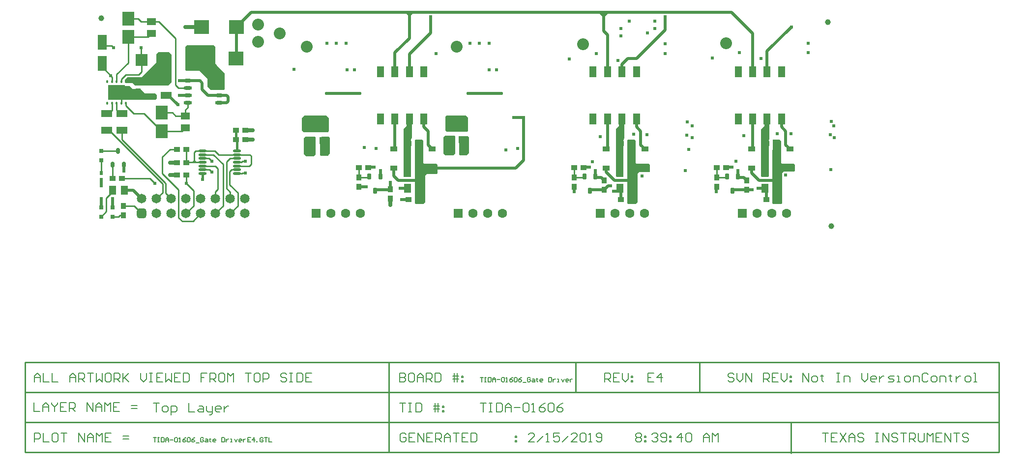
<source format=gtl>
G04*
G04 #@! TF.GenerationSoftware,Altium Limited,Altium Designer,18.1.9 (240)*
G04*
G04 Layer_Physical_Order=1*
G04 Layer_Color=255*
%FSAX25Y25*%
%MOIN*%
G70*
G01*
G75*
%ADD15C,0.00800*%
%ADD17C,0.00600*%
%ADD25C,0.01000*%
%ADD27R,0.06299X0.04331*%
G04:AMPARAMS|DCode=28|XSize=75.2mil|YSize=46.06mil|CornerRadius=2.07mil|HoleSize=0mil|Usage=FLASHONLY|Rotation=90.000|XOffset=0mil|YOffset=0mil|HoleType=Round|Shape=RoundedRectangle|*
%AMROUNDEDRECTD28*
21,1,0.07520,0.04192,0,0,90.0*
21,1,0.07105,0.04606,0,0,90.0*
1,1,0.00415,0.02096,0.03553*
1,1,0.00415,0.02096,-0.03553*
1,1,0.00415,-0.02096,-0.03553*
1,1,0.00415,-0.02096,0.03553*
%
%ADD28ROUNDEDRECTD28*%
%ADD29R,0.03937X0.03740*%
%ADD30R,0.03740X0.03937*%
%ADD31R,0.05000X0.06300*%
%ADD32R,0.06300X0.05000*%
%ADD33R,0.07284X0.05118*%
%ADD34R,0.10039X0.09646*%
%ADD35R,0.06299X0.10236*%
%ADD36O,0.05709X0.02362*%
%ADD37R,0.08465X0.09646*%
%ADD38O,0.01181X0.02362*%
%ADD39C,0.03937*%
%ADD40O,0.05512X0.01772*%
%ADD41R,0.07874X0.07874*%
%ADD42R,0.04803X0.03602*%
G04:AMPARAMS|DCode=43|XSize=23.62mil|YSize=39.37mil|CornerRadius=5.91mil|HoleSize=0mil|Usage=FLASHONLY|Rotation=180.000|XOffset=0mil|YOffset=0mil|HoleType=Round|Shape=RoundedRectangle|*
%AMROUNDEDRECTD43*
21,1,0.02362,0.02756,0,0,180.0*
21,1,0.01181,0.03937,0,0,180.0*
1,1,0.01181,-0.00591,0.01378*
1,1,0.01181,0.00591,0.01378*
1,1,0.01181,0.00591,-0.01378*
1,1,0.01181,-0.00591,-0.01378*
%
%ADD43ROUNDEDRECTD43*%
%ADD44R,0.03150X0.03150*%
G04:AMPARAMS|DCode=45|XSize=23.62mil|YSize=39.37mil|CornerRadius=2.01mil|HoleSize=0mil|Usage=FLASHONLY|Rotation=0.000|XOffset=0mil|YOffset=0mil|HoleType=Round|Shape=RoundedRectangle|*
%AMROUNDEDRECTD45*
21,1,0.02362,0.03535,0,0,0.0*
21,1,0.01961,0.03937,0,0,0.0*
1,1,0.00402,0.00980,-0.01768*
1,1,0.00402,-0.00980,-0.01768*
1,1,0.00402,-0.00980,0.01768*
1,1,0.00402,0.00980,0.01768*
%
%ADD45ROUNDEDRECTD45*%
%ADD46R,0.02362X0.03150*%
%ADD76R,0.11811X0.10236*%
%ADD77C,0.02000*%
%ADD78C,0.02500*%
%ADD79C,0.01500*%
%ADD80C,0.06496*%
G04:AMPARAMS|DCode=81|XSize=64.96mil|YSize=64.96mil|CornerRadius=16.24mil|HoleSize=0mil|Usage=FLASHONLY|Rotation=90.000|XOffset=0mil|YOffset=0mil|HoleType=Round|Shape=RoundedRectangle|*
%AMROUNDEDRECTD81*
21,1,0.06496,0.03248,0,0,90.0*
21,1,0.03248,0.06496,0,0,90.0*
1,1,0.03248,0.01624,0.01624*
1,1,0.03248,0.01624,-0.01624*
1,1,0.03248,-0.01624,-0.01624*
1,1,0.03248,-0.01624,0.01624*
%
%ADD81ROUNDEDRECTD81*%
%ADD82O,0.25000X0.02000*%
%ADD83C,0.06299*%
%ADD84R,0.06299X0.06299*%
%ADD85C,0.08000*%
%ADD86C,0.02400*%
%ADD87C,0.01968*%
G36*
X0139389Y0309600D02*
X0139389Y0290900D01*
X0137189Y0288700D01*
X0120000Y0288700D01*
X0114589D01*
X0112889Y0290400D01*
X0108200D01*
X0107700Y0290900D01*
Y0292811D01*
X0109189Y0294300D01*
X0119089Y0294300D01*
X0128989Y0304200D01*
Y0310100D01*
X0130289Y0311400D01*
X0137589Y0311400D01*
X0139389Y0309600D01*
D02*
G37*
G36*
X0168889Y0315000D02*
Y0303600D01*
X0170089Y0302400D01*
X0175289Y0297200D01*
X0175289Y0286400D01*
X0174589Y0285700D01*
X0165789Y0285700D01*
X0163589Y0287900D01*
X0163589Y0293300D01*
X0158089Y0298800D01*
X0149289Y0298800D01*
X0148589Y0299500D01*
Y0315200D01*
X0149489Y0316100D01*
X0167789D01*
X0168889Y0315000D01*
D02*
G37*
G36*
X0112889Y0286400D02*
X0118200Y0286400D01*
X0121200Y0283400D01*
X0128200D01*
X0129200Y0282400D01*
Y0279900D01*
X0128200Y0278900D01*
X0106200D01*
X0105700Y0279400D01*
Y0288400D01*
X0110889D01*
X0112889Y0286400D01*
D02*
G37*
G36*
X0244389Y0268300D02*
X0245889Y0266800D01*
X0245889Y0257993D01*
X0245096Y0257200D01*
X0228837Y0257200D01*
X0227597Y0258440D01*
Y0266440D01*
X0229457Y0268300D01*
X0244389Y0268300D01*
D02*
G37*
G36*
X0246489Y0253500D02*
X0246789Y0253200D01*
Y0249800D01*
Y0242600D01*
X0245689Y0241500D01*
X0245189Y0241000D01*
X0240589D01*
X0240089Y0241500D01*
Y0253200D01*
X0240889Y0254000D01*
X0245989Y0254000D01*
X0246489Y0253500D01*
D02*
G37*
G36*
X0236889Y0253800D02*
X0237089Y0253600D01*
Y0250500D01*
Y0246600D01*
X0237089Y0242000D01*
X0235889Y0240800D01*
X0232389Y0240800D01*
X0230289D01*
X0229489Y0241600D01*
X0229089Y0242000D01*
Y0248600D01*
Y0252900D01*
X0230189Y0254000D01*
X0236689D01*
X0236889Y0253800D01*
D02*
G37*
G36*
X0302289Y0253240D02*
X0301845Y0252575D01*
X0301651Y0251600D01*
Y0226862D01*
X0301589Y0226800D01*
X0296865Y0226800D01*
X0296489Y0227176D01*
X0296489Y0259200D01*
X0298689Y0261400D01*
Y0266700D01*
Y0268000D01*
X0298889Y0268200D01*
X0302289D01*
Y0253240D01*
D02*
G37*
G36*
X0340197Y0267208D02*
Y0257940D01*
X0339697Y0257440D01*
X0325749D01*
X0324897Y0258292D01*
Y0267508D01*
X0325689Y0268300D01*
X0339105D01*
X0340197Y0267208D01*
D02*
G37*
G36*
X0340689Y0254000D02*
X0340989Y0253700D01*
Y0250300D01*
Y0243100D01*
X0339889Y0242000D01*
X0339389Y0241500D01*
X0334789D01*
X0334289Y0242000D01*
Y0253700D01*
X0335089Y0254500D01*
X0340189Y0254500D01*
X0340689Y0254000D01*
D02*
G37*
G36*
X0331489Y0254400D02*
X0331689Y0254200D01*
Y0251100D01*
Y0247200D01*
X0331689Y0242600D01*
X0330489Y0241400D01*
X0326989Y0241400D01*
X0324889D01*
X0324089Y0242200D01*
X0323689Y0242600D01*
Y0249200D01*
Y0253500D01*
X0324789Y0254600D01*
X0331289D01*
X0331489Y0254400D01*
D02*
G37*
G36*
X0310000Y0251100D02*
Y0236400D01*
X0310600Y0235800D01*
X0318800D01*
X0319500Y0235100D01*
X0319500Y0229400D01*
X0318900Y0228800D01*
X0312400Y0228800D01*
X0311200Y0227600D01*
Y0209600D01*
X0310100Y0208500D01*
X0304800D01*
X0304200Y0209100D01*
Y0212500D01*
Y0251600D01*
X0304500Y0251900D01*
X0309200D01*
X0310000Y0251100D01*
D02*
G37*
G36*
X0454100D02*
Y0236400D01*
X0454700Y0235800D01*
X0462900D01*
X0463600Y0235100D01*
X0463600Y0230511D01*
X0463189Y0230100D01*
X0456389D01*
X0455300Y0229011D01*
X0455300Y0209600D01*
X0454200Y0208500D01*
X0448900D01*
X0448300Y0209100D01*
Y0212500D01*
Y0251349D01*
X0448346Y0251581D01*
X0448478Y0251778D01*
X0448600Y0251900D01*
X0453300D01*
X0454100Y0251100D01*
D02*
G37*
G36*
X0446389Y0253224D02*
X0446358Y0253194D01*
X0446227Y0252997D01*
X0446227Y0252997D01*
X0446227Y0252997D01*
X0446131Y0252765D01*
X0446123Y0252753D01*
X0446120Y0252739D01*
X0446023Y0252505D01*
X0445953Y0252337D01*
X0445945Y0252324D01*
X0445942Y0252310D01*
X0445846Y0252078D01*
Y0252078D01*
X0445846Y0252078D01*
X0445800Y0251846D01*
Y0251595D01*
X0445751Y0251349D01*
Y0227162D01*
X0445389Y0226800D01*
X0441089Y0226800D01*
X0440589Y0227300D01*
X0440589Y0259200D01*
X0442789Y0261400D01*
Y0266700D01*
Y0268000D01*
X0442989Y0268200D01*
X0446389D01*
Y0253224D01*
D02*
G37*
G36*
X0552589Y0251100D02*
Y0236400D01*
X0553189Y0235800D01*
X0561389D01*
X0562089Y0235100D01*
X0562089Y0231200D01*
X0561389Y0230500D01*
X0554289D01*
X0553189Y0229400D01*
Y0209200D01*
X0552489Y0208500D01*
X0547389D01*
X0546789Y0209100D01*
Y0212500D01*
Y0244879D01*
X0546870Y0245287D01*
Y0245538D01*
X0546919Y0245784D01*
Y0251479D01*
X0546981Y0251792D01*
X0547089Y0251900D01*
X0551789D01*
X0552589Y0251100D01*
D02*
G37*
G36*
X0544789Y0253032D02*
X0544766Y0252977D01*
X0544627Y0252768D01*
X0544578Y0252522D01*
X0544481Y0252290D01*
X0544419Y0251976D01*
Y0251725D01*
X0544370Y0251479D01*
Y0246035D01*
Y0245784D01*
X0544289Y0245376D01*
Y0245125D01*
X0544240Y0244879D01*
Y0227251D01*
X0543789Y0226800D01*
X0539589Y0226800D01*
X0538989Y0227400D01*
X0538989Y0259200D01*
X0541189Y0261400D01*
Y0266700D01*
Y0268000D01*
X0541389Y0268200D01*
X0544789D01*
Y0253032D01*
D02*
G37*
G54D15*
X0126900Y0073549D02*
X0130899D01*
X0128899D01*
Y0067551D01*
X0133898D02*
X0135897D01*
X0136897Y0068550D01*
Y0070550D01*
X0135897Y0071549D01*
X0133898D01*
X0132898Y0070550D01*
Y0068550D01*
X0133898Y0067551D01*
X0138896Y0065551D02*
Y0071549D01*
X0141895D01*
X0142895Y0070550D01*
Y0068550D01*
X0141895Y0067551D01*
X0138896D01*
X0150892Y0073549D02*
Y0067551D01*
X0154891D01*
X0157890Y0071549D02*
X0159889D01*
X0160889Y0070550D01*
Y0067551D01*
X0157890D01*
X0156890Y0068550D01*
X0157890Y0069550D01*
X0160889D01*
X0162888Y0071549D02*
Y0068550D01*
X0163888Y0067551D01*
X0166887D01*
Y0066551D01*
X0165887Y0065551D01*
X0164888D01*
X0166887Y0067551D02*
Y0071549D01*
X0171885Y0067551D02*
X0169886D01*
X0168886Y0068550D01*
Y0070550D01*
X0169886Y0071549D01*
X0171885D01*
X0172885Y0070550D01*
Y0069550D01*
X0168886D01*
X0174884Y0071549D02*
Y0067551D01*
Y0069550D01*
X0175884Y0070550D01*
X0176884Y0071549D01*
X0177884D01*
X0045850Y0073649D02*
Y0067651D01*
X0049849D01*
X0051848D02*
Y0071649D01*
X0053847Y0073649D01*
X0055847Y0071649D01*
Y0067651D01*
Y0070650D01*
X0051848D01*
X0057846Y0073649D02*
Y0072649D01*
X0059846Y0070650D01*
X0061845Y0072649D01*
Y0073649D01*
X0059846Y0070650D02*
Y0067651D01*
X0067843Y0073649D02*
X0063844D01*
Y0067651D01*
X0067843D01*
X0063844Y0070650D02*
X0065843D01*
X0069842Y0067651D02*
Y0073649D01*
X0072841D01*
X0073841Y0072649D01*
Y0070650D01*
X0072841Y0069650D01*
X0069842D01*
X0071842D02*
X0073841Y0067651D01*
X0081838D02*
Y0073649D01*
X0085837Y0067651D01*
Y0073649D01*
X0087836Y0067651D02*
Y0071649D01*
X0089836Y0073649D01*
X0091835Y0071649D01*
Y0067651D01*
Y0070650D01*
X0087836D01*
X0093835Y0067651D02*
Y0073649D01*
X0095834Y0071649D01*
X0097833Y0073649D01*
Y0067651D01*
X0103831Y0073649D02*
X0099832D01*
Y0067651D01*
X0103831D01*
X0099832Y0070650D02*
X0101832D01*
X0111829Y0069650D02*
X0115827D01*
X0111829Y0071649D02*
X0115827D01*
X0348550Y0073498D02*
X0352549D01*
X0350549D01*
Y0067500D01*
X0354548Y0073498D02*
X0356547D01*
X0355548D01*
Y0067500D01*
X0354548D01*
X0356547D01*
X0359546Y0073498D02*
Y0067500D01*
X0362545D01*
X0363545Y0068500D01*
Y0072498D01*
X0362545Y0073498D01*
X0359546D01*
X0365545Y0067500D02*
Y0071499D01*
X0367544Y0073498D01*
X0369543Y0071499D01*
Y0067500D01*
Y0070499D01*
X0365545D01*
X0371543D02*
X0375541D01*
X0377541Y0072498D02*
X0378540Y0073498D01*
X0380540D01*
X0381539Y0072498D01*
Y0068500D01*
X0380540Y0067500D01*
X0378540D01*
X0377541Y0068500D01*
Y0072498D01*
X0383539Y0067500D02*
X0385538D01*
X0384538D01*
Y0073498D01*
X0383539Y0072498D01*
X0392536Y0073498D02*
X0390536Y0072498D01*
X0388537Y0070499D01*
Y0068500D01*
X0389537Y0067500D01*
X0391536D01*
X0392536Y0068500D01*
Y0069499D01*
X0391536Y0070499D01*
X0388537D01*
X0394535Y0072498D02*
X0395535Y0073498D01*
X0397534D01*
X0398534Y0072498D01*
Y0068500D01*
X0397534Y0067500D01*
X0395535D01*
X0394535Y0068500D01*
Y0072498D01*
X0404532Y0073498D02*
X0402532Y0072498D01*
X0400533Y0070499D01*
Y0068500D01*
X0401533Y0067500D01*
X0403532D01*
X0404532Y0068500D01*
Y0069499D01*
X0403532Y0070499D01*
X0400533D01*
X0294000Y0073498D02*
X0297999D01*
X0295999D01*
Y0067500D01*
X0299998Y0073498D02*
X0301997D01*
X0300998D01*
Y0067500D01*
X0299998D01*
X0301997D01*
X0304996Y0073498D02*
Y0067500D01*
X0307996D01*
X0308995Y0068500D01*
Y0072498D01*
X0307996Y0073498D01*
X0304996D01*
X0317992Y0067500D02*
Y0073498D01*
X0319992D02*
Y0067500D01*
X0316993Y0071499D02*
X0319992D01*
X0320991D01*
X0316993Y0069499D02*
X0320991D01*
X0322991Y0071499D02*
X0323990D01*
Y0070499D01*
X0322991D01*
Y0071499D01*
Y0068500D02*
X0323990D01*
Y0067500D01*
X0322991D01*
Y0068500D01*
X0580500Y0052965D02*
X0584499D01*
X0582499D01*
Y0046966D01*
X0590497Y0052965D02*
X0586498D01*
Y0046966D01*
X0590497D01*
X0586498Y0049966D02*
X0588497D01*
X0592496Y0052965D02*
X0596495Y0046966D01*
Y0052965D02*
X0592496Y0046966D01*
X0598494D02*
Y0050965D01*
X0600493Y0052965D01*
X0602493Y0050965D01*
Y0046966D01*
Y0049966D01*
X0598494D01*
X0608491Y0051965D02*
X0607491Y0052965D01*
X0605492D01*
X0604492Y0051965D01*
Y0050965D01*
X0605492Y0049966D01*
X0607491D01*
X0608491Y0048966D01*
Y0047966D01*
X0607491Y0046966D01*
X0605492D01*
X0604492Y0047966D01*
X0616488Y0052965D02*
X0618488D01*
X0617488D01*
Y0046966D01*
X0616488D01*
X0618488D01*
X0621487D02*
Y0052965D01*
X0625486Y0046966D01*
Y0052965D01*
X0631484Y0051965D02*
X0630484Y0052965D01*
X0628484D01*
X0627485Y0051965D01*
Y0050965D01*
X0628484Y0049966D01*
X0630484D01*
X0631484Y0048966D01*
Y0047966D01*
X0630484Y0046966D01*
X0628484D01*
X0627485Y0047966D01*
X0633483Y0052965D02*
X0637482D01*
X0635482D01*
Y0046966D01*
X0639481D02*
Y0052965D01*
X0642480D01*
X0643480Y0051965D01*
Y0049966D01*
X0642480Y0048966D01*
X0639481D01*
X0641480D02*
X0643480Y0046966D01*
X0645479Y0052965D02*
Y0047966D01*
X0646479Y0046966D01*
X0648478D01*
X0649478Y0047966D01*
Y0052965D01*
X0651477Y0046966D02*
Y0052965D01*
X0653476Y0050965D01*
X0655476Y0052965D01*
Y0046966D01*
X0661474Y0052965D02*
X0657475D01*
Y0046966D01*
X0661474D01*
X0657475Y0049966D02*
X0659474D01*
X0663473Y0046966D02*
Y0052965D01*
X0667472Y0046966D01*
Y0052965D01*
X0669471D02*
X0673470D01*
X0671471D01*
Y0046966D01*
X0679468Y0051965D02*
X0678468Y0052965D01*
X0676469D01*
X0675469Y0051965D01*
Y0050965D01*
X0676469Y0049966D01*
X0678468D01*
X0679468Y0048966D01*
Y0047966D01*
X0678468Y0046966D01*
X0676469D01*
X0675469Y0047966D01*
X0454050Y0051965D02*
X0455050Y0052965D01*
X0457049D01*
X0458049Y0051965D01*
Y0050965D01*
X0457049Y0049966D01*
X0458049Y0048966D01*
Y0047966D01*
X0457049Y0046966D01*
X0455050D01*
X0454050Y0047966D01*
Y0048966D01*
X0455050Y0049966D01*
X0454050Y0050965D01*
Y0051965D01*
X0455050Y0049966D02*
X0457049D01*
X0460048Y0050965D02*
X0461048D01*
Y0049966D01*
X0460048D01*
Y0050965D01*
Y0047966D02*
X0461048D01*
Y0046966D01*
X0460048D01*
Y0047966D01*
X0465046Y0051965D02*
X0466046Y0052965D01*
X0468046D01*
X0469045Y0051965D01*
Y0050965D01*
X0468046Y0049966D01*
X0467046D01*
X0468046D01*
X0469045Y0048966D01*
Y0047966D01*
X0468046Y0046966D01*
X0466046D01*
X0465046Y0047966D01*
X0471044D02*
X0472044Y0046966D01*
X0474044D01*
X0475043Y0047966D01*
Y0051965D01*
X0474044Y0052965D01*
X0472044D01*
X0471044Y0051965D01*
Y0050965D01*
X0472044Y0049966D01*
X0475043D01*
X0477043Y0050965D02*
X0478042D01*
Y0049966D01*
X0477043D01*
Y0050965D01*
Y0047966D02*
X0478042D01*
Y0046966D01*
X0477043D01*
Y0047966D01*
X0485040Y0046966D02*
Y0052965D01*
X0482041Y0049966D01*
X0486040D01*
X0488039Y0051965D02*
X0489039Y0052965D01*
X0491038D01*
X0492038Y0051965D01*
Y0047966D01*
X0491038Y0046966D01*
X0489039D01*
X0488039Y0047966D01*
Y0051965D01*
X0500035Y0046966D02*
Y0050965D01*
X0502035Y0052965D01*
X0504034Y0050965D01*
Y0046966D01*
Y0049966D01*
X0500035D01*
X0506033Y0046966D02*
Y0052965D01*
X0508033Y0050965D01*
X0510032Y0052965D01*
Y0046966D01*
X0046350D02*
Y0052965D01*
X0049349D01*
X0050349Y0051965D01*
Y0049966D01*
X0049349Y0048966D01*
X0046350D01*
X0052348Y0052965D02*
Y0046966D01*
X0056347D01*
X0061345Y0052965D02*
X0059346D01*
X0058346Y0051965D01*
Y0047966D01*
X0059346Y0046966D01*
X0061345D01*
X0062345Y0047966D01*
Y0051965D01*
X0061345Y0052965D01*
X0064344D02*
X0068343D01*
X0066343D01*
Y0046966D01*
X0076340D02*
Y0052965D01*
X0080339Y0046966D01*
Y0052965D01*
X0082338Y0046966D02*
Y0050965D01*
X0084338Y0052965D01*
X0086337Y0050965D01*
Y0046966D01*
Y0049966D01*
X0082338D01*
X0088336Y0046966D02*
Y0052965D01*
X0090336Y0050965D01*
X0092335Y0052965D01*
Y0046966D01*
X0098333Y0052965D02*
X0094335D01*
Y0046966D01*
X0098333D01*
X0094335Y0049966D02*
X0096334D01*
X0106331Y0048966D02*
X0110329D01*
X0106331Y0050965D02*
X0110329D01*
X0294000Y0093831D02*
Y0087833D01*
X0296999D01*
X0297999Y0088833D01*
Y0089833D01*
X0296999Y0090832D01*
X0294000D01*
X0296999D01*
X0297999Y0091832D01*
Y0092832D01*
X0296999Y0093831D01*
X0294000D01*
X0302997D02*
X0300998D01*
X0299998Y0092832D01*
Y0088833D01*
X0300998Y0087833D01*
X0302997D01*
X0303997Y0088833D01*
Y0092832D01*
X0302997Y0093831D01*
X0305996Y0087833D02*
Y0091832D01*
X0307996Y0093831D01*
X0309995Y0091832D01*
Y0087833D01*
Y0090832D01*
X0305996D01*
X0311994Y0087833D02*
Y0093831D01*
X0314993D01*
X0315993Y0092832D01*
Y0090832D01*
X0314993Y0089833D01*
X0311994D01*
X0313994D02*
X0315993Y0087833D01*
X0317992Y0093831D02*
Y0087833D01*
X0320991D01*
X0321991Y0088833D01*
Y0092832D01*
X0320991Y0093831D01*
X0317992D01*
X0330988Y0087833D02*
Y0093831D01*
X0332987D02*
Y0087833D01*
X0329988Y0091832D02*
X0332987D01*
X0333987D01*
X0329988Y0089833D02*
X0333987D01*
X0335986Y0091832D02*
X0336986D01*
Y0090832D01*
X0335986D01*
Y0091832D01*
Y0088833D02*
X0336986D01*
Y0087833D01*
X0335986D01*
Y0088833D01*
X0466149Y0093831D02*
X0462150D01*
Y0087833D01*
X0466149D01*
X0462150Y0090832D02*
X0464149D01*
X0471147Y0087833D02*
Y0093831D01*
X0468148Y0090832D01*
X0472147D01*
X0046350Y0087833D02*
Y0091832D01*
X0048349Y0093831D01*
X0050349Y0091832D01*
Y0087833D01*
Y0090832D01*
X0046350D01*
X0052348Y0093831D02*
Y0087833D01*
X0056347D01*
X0058346Y0093831D02*
Y0087833D01*
X0062345D01*
X0070342D02*
Y0091832D01*
X0072342Y0093831D01*
X0074341Y0091832D01*
Y0087833D01*
Y0090832D01*
X0070342D01*
X0076340Y0087833D02*
Y0093831D01*
X0079339D01*
X0080339Y0092832D01*
Y0090832D01*
X0079339Y0089833D01*
X0076340D01*
X0078340D02*
X0080339Y0087833D01*
X0082338Y0093831D02*
X0086337D01*
X0084338D01*
Y0087833D01*
X0088336Y0093831D02*
Y0087833D01*
X0090336Y0089833D01*
X0092335Y0087833D01*
Y0093831D01*
X0097334D02*
X0095334D01*
X0094335Y0092832D01*
Y0088833D01*
X0095334Y0087833D01*
X0097334D01*
X0098333Y0088833D01*
Y0092832D01*
X0097334Y0093831D01*
X0100332Y0087833D02*
Y0093831D01*
X0103332D01*
X0104331Y0092832D01*
Y0090832D01*
X0103332Y0089833D01*
X0100332D01*
X0102332D02*
X0104331Y0087833D01*
X0106331Y0093831D02*
Y0087833D01*
Y0089833D01*
X0110329Y0093831D01*
X0107330Y0090832D01*
X0110329Y0087833D01*
X0118327Y0093831D02*
Y0089833D01*
X0120326Y0087833D01*
X0122325Y0089833D01*
Y0093831D01*
X0124325D02*
X0126324D01*
X0125324D01*
Y0087833D01*
X0124325D01*
X0126324D01*
X0133322Y0093831D02*
X0129323D01*
Y0087833D01*
X0133322D01*
X0129323Y0090832D02*
X0131323D01*
X0135321Y0093831D02*
Y0087833D01*
X0137321Y0089833D01*
X0139320Y0087833D01*
Y0093831D01*
X0145318D02*
X0141319D01*
Y0087833D01*
X0145318D01*
X0141319Y0090832D02*
X0143319D01*
X0147317Y0093831D02*
Y0087833D01*
X0150316D01*
X0151316Y0088833D01*
Y0092832D01*
X0150316Y0093831D01*
X0147317D01*
X0163312D02*
X0159313D01*
Y0090832D01*
X0161313D01*
X0159313D01*
Y0087833D01*
X0165312D02*
Y0093831D01*
X0168310D01*
X0169310Y0092832D01*
Y0090832D01*
X0168310Y0089833D01*
X0165312D01*
X0167311D02*
X0169310Y0087833D01*
X0174309Y0093831D02*
X0172309D01*
X0171310Y0092832D01*
Y0088833D01*
X0172309Y0087833D01*
X0174309D01*
X0175308Y0088833D01*
Y0092832D01*
X0174309Y0093831D01*
X0177308Y0087833D02*
Y0093831D01*
X0179307Y0091832D01*
X0181306Y0093831D01*
Y0087833D01*
X0189304Y0093831D02*
X0193303D01*
X0191303D01*
Y0087833D01*
X0198301Y0093831D02*
X0196301D01*
X0195302Y0092832D01*
Y0088833D01*
X0196301Y0087833D01*
X0198301D01*
X0199301Y0088833D01*
Y0092832D01*
X0198301Y0093831D01*
X0201300Y0087833D02*
Y0093831D01*
X0204299D01*
X0205299Y0092832D01*
Y0090832D01*
X0204299Y0089833D01*
X0201300D01*
X0217295Y0092832D02*
X0216295Y0093831D01*
X0214296D01*
X0213296Y0092832D01*
Y0091832D01*
X0214296Y0090832D01*
X0216295D01*
X0217295Y0089833D01*
Y0088833D01*
X0216295Y0087833D01*
X0214296D01*
X0213296Y0088833D01*
X0219294Y0093831D02*
X0221293D01*
X0220294D01*
Y0087833D01*
X0219294D01*
X0221293D01*
X0224292Y0093831D02*
Y0087833D01*
X0227291D01*
X0228291Y0088833D01*
Y0092832D01*
X0227291Y0093831D01*
X0224292D01*
X0234289D02*
X0230291D01*
Y0087833D01*
X0234289D01*
X0230291Y0090832D02*
X0232290D01*
X0298199Y0051965D02*
X0297199Y0052965D01*
X0295200D01*
X0294200Y0051965D01*
Y0047966D01*
X0295200Y0046966D01*
X0297199D01*
X0298199Y0047966D01*
Y0049966D01*
X0296199D01*
X0304197Y0052965D02*
X0300198D01*
Y0046966D01*
X0304197D01*
X0300198Y0049966D02*
X0302197D01*
X0306196Y0046966D02*
Y0052965D01*
X0310195Y0046966D01*
Y0052965D01*
X0316193D02*
X0312194D01*
Y0046966D01*
X0316193D01*
X0312194Y0049966D02*
X0314194D01*
X0318192Y0046966D02*
Y0052965D01*
X0321191D01*
X0322191Y0051965D01*
Y0049966D01*
X0321191Y0048966D01*
X0318192D01*
X0320192D02*
X0322191Y0046966D01*
X0324190D02*
Y0050965D01*
X0326190Y0052965D01*
X0328189Y0050965D01*
Y0046966D01*
Y0049966D01*
X0324190D01*
X0330188Y0052965D02*
X0334187D01*
X0332188D01*
Y0046966D01*
X0340185Y0052965D02*
X0336186D01*
Y0046966D01*
X0340185D01*
X0336186Y0049966D02*
X0338186D01*
X0342184Y0052965D02*
Y0046966D01*
X0345183D01*
X0346183Y0047966D01*
Y0051965D01*
X0345183Y0052965D01*
X0342184D01*
X0372175Y0050965D02*
X0373175D01*
Y0049966D01*
X0372175D01*
Y0050965D01*
Y0047966D02*
X0373175D01*
Y0046966D01*
X0372175D01*
Y0047966D01*
X0385149Y0046966D02*
X0381150D01*
X0385149Y0050965D01*
Y0051965D01*
X0384149Y0052965D01*
X0382150D01*
X0381150Y0051965D01*
X0387148Y0046966D02*
X0391147Y0050965D01*
X0393146Y0046966D02*
X0395146D01*
X0394146D01*
Y0052965D01*
X0393146Y0051965D01*
X0402143Y0052965D02*
X0398145D01*
Y0049966D01*
X0400144Y0050965D01*
X0401144D01*
X0402143Y0049966D01*
Y0047966D01*
X0401144Y0046966D01*
X0399144D01*
X0398145Y0047966D01*
X0404143Y0046966D02*
X0408141Y0050965D01*
X0414139Y0046966D02*
X0410141D01*
X0414139Y0050965D01*
Y0051965D01*
X0413140Y0052965D01*
X0411140D01*
X0410141Y0051965D01*
X0416139D02*
X0417138Y0052965D01*
X0419138D01*
X0420137Y0051965D01*
Y0047966D01*
X0419138Y0046966D01*
X0417138D01*
X0416139Y0047966D01*
Y0051965D01*
X0422137Y0046966D02*
X0424136D01*
X0423136D01*
Y0052965D01*
X0422137Y0051965D01*
X0427135Y0047966D02*
X0428135Y0046966D01*
X0430134D01*
X0431134Y0047966D01*
Y0051965D01*
X0430134Y0052965D01*
X0428135D01*
X0427135Y0051965D01*
Y0050965D01*
X0428135Y0049966D01*
X0431134D01*
X0433000Y0087833D02*
Y0093831D01*
X0435999D01*
X0436999Y0092832D01*
Y0090832D01*
X0435999Y0089833D01*
X0433000D01*
X0434999D02*
X0436999Y0087833D01*
X0442997Y0093831D02*
X0438998D01*
Y0087833D01*
X0442997D01*
X0438998Y0090832D02*
X0440997D01*
X0444996Y0093831D02*
Y0089833D01*
X0446995Y0087833D01*
X0448995Y0089833D01*
Y0093831D01*
X0450994Y0091832D02*
X0451994D01*
Y0090832D01*
X0450994D01*
Y0091832D01*
Y0088833D02*
X0451994D01*
Y0087833D01*
X0450994D01*
Y0088833D01*
X0520799Y0092832D02*
X0519799Y0093831D01*
X0517800D01*
X0516800Y0092832D01*
Y0091832D01*
X0517800Y0090832D01*
X0519799D01*
X0520799Y0089833D01*
Y0088833D01*
X0519799Y0087833D01*
X0517800D01*
X0516800Y0088833D01*
X0522798Y0093831D02*
Y0089833D01*
X0524797Y0087833D01*
X0526797Y0089833D01*
Y0093831D01*
X0528796Y0087833D02*
Y0093831D01*
X0532795Y0087833D01*
Y0093831D01*
X0540792Y0087833D02*
Y0093831D01*
X0543791D01*
X0544791Y0092832D01*
Y0090832D01*
X0543791Y0089833D01*
X0540792D01*
X0542792D02*
X0544791Y0087833D01*
X0550789Y0093831D02*
X0546790D01*
Y0087833D01*
X0550789D01*
X0546790Y0090832D02*
X0548790D01*
X0552788Y0093831D02*
Y0089833D01*
X0554788Y0087833D01*
X0556787Y0089833D01*
Y0093831D01*
X0558786Y0091832D02*
X0559786D01*
Y0090832D01*
X0558786D01*
Y0091832D01*
Y0088833D02*
X0559786D01*
Y0087833D01*
X0558786D01*
Y0088833D01*
X0567400Y0087833D02*
Y0093831D01*
X0571399Y0087833D01*
Y0093831D01*
X0574398Y0087833D02*
X0576397D01*
X0577397Y0088833D01*
Y0090832D01*
X0576397Y0091832D01*
X0574398D01*
X0573398Y0090832D01*
Y0088833D01*
X0574398Y0087833D01*
X0580396Y0092832D02*
Y0091832D01*
X0579396D01*
X0581395D01*
X0580396D01*
Y0088833D01*
X0581395Y0087833D01*
X0590393Y0093831D02*
X0592392D01*
X0591392D01*
Y0087833D01*
X0590393D01*
X0592392D01*
X0595391D02*
Y0091832D01*
X0598390D01*
X0599390Y0090832D01*
Y0087833D01*
X0607387Y0093831D02*
Y0089833D01*
X0609386Y0087833D01*
X0611386Y0089833D01*
Y0093831D01*
X0616384Y0087833D02*
X0614385D01*
X0613385Y0088833D01*
Y0090832D01*
X0614385Y0091832D01*
X0616384D01*
X0617384Y0090832D01*
Y0089833D01*
X0613385D01*
X0619383Y0091832D02*
Y0087833D01*
Y0089833D01*
X0620383Y0090832D01*
X0621383Y0091832D01*
X0622382D01*
X0625381Y0087833D02*
X0628380D01*
X0629380Y0088833D01*
X0628380Y0089833D01*
X0626381D01*
X0625381Y0090832D01*
X0626381Y0091832D01*
X0629380D01*
X0631379Y0087833D02*
X0633379D01*
X0632379D01*
Y0091832D01*
X0631379D01*
X0637377Y0087833D02*
X0639377D01*
X0640376Y0088833D01*
Y0090832D01*
X0639377Y0091832D01*
X0637377D01*
X0636378Y0090832D01*
Y0088833D01*
X0637377Y0087833D01*
X0642376D02*
Y0091832D01*
X0645375D01*
X0646374Y0090832D01*
Y0087833D01*
X0652373Y0092832D02*
X0651373Y0093831D01*
X0649373D01*
X0648374Y0092832D01*
Y0088833D01*
X0649373Y0087833D01*
X0651373D01*
X0652373Y0088833D01*
X0655372Y0087833D02*
X0657371D01*
X0658371Y0088833D01*
Y0090832D01*
X0657371Y0091832D01*
X0655372D01*
X0654372Y0090832D01*
Y0088833D01*
X0655372Y0087833D01*
X0660370D02*
Y0091832D01*
X0663369D01*
X0664369Y0090832D01*
Y0087833D01*
X0667368Y0092832D02*
Y0091832D01*
X0666368D01*
X0668367D01*
X0667368D01*
Y0088833D01*
X0668367Y0087833D01*
X0671366Y0091832D02*
Y0087833D01*
Y0089833D01*
X0672366Y0090832D01*
X0673366Y0091832D01*
X0674365D01*
X0678364Y0087833D02*
X0680364D01*
X0681363Y0088833D01*
Y0090832D01*
X0680364Y0091832D01*
X0678364D01*
X0677364Y0090832D01*
Y0088833D01*
X0678364Y0087833D01*
X0683362D02*
X0685362D01*
X0684362D01*
Y0093831D01*
X0683362D01*
G54D17*
X0348550Y0090832D02*
X0350549D01*
X0349550D01*
Y0087833D01*
X0351549Y0090832D02*
X0352549D01*
X0352049D01*
Y0087833D01*
X0351549D01*
X0352549D01*
X0354048Y0090832D02*
Y0087833D01*
X0355548D01*
X0356048Y0088333D01*
Y0090333D01*
X0355548Y0090832D01*
X0354048D01*
X0357047Y0087833D02*
Y0089833D01*
X0358047Y0090832D01*
X0359047Y0089833D01*
Y0087833D01*
Y0089333D01*
X0357047D01*
X0360046D02*
X0362046D01*
X0363045Y0090333D02*
X0363545Y0090832D01*
X0364545D01*
X0365045Y0090333D01*
Y0088333D01*
X0364545Y0087833D01*
X0363545D01*
X0363045Y0088333D01*
Y0090333D01*
X0366044Y0087833D02*
X0367044D01*
X0366544D01*
Y0090832D01*
X0366044Y0090333D01*
X0370543Y0090832D02*
X0369543Y0090333D01*
X0368544Y0089333D01*
Y0088333D01*
X0369043Y0087833D01*
X0370043D01*
X0370543Y0088333D01*
Y0088833D01*
X0370043Y0089333D01*
X0368544D01*
X0371543Y0090333D02*
X0372042Y0090832D01*
X0373042D01*
X0373542Y0090333D01*
Y0088333D01*
X0373042Y0087833D01*
X0372042D01*
X0371543Y0088333D01*
Y0090333D01*
X0376541Y0090832D02*
X0375541Y0090333D01*
X0374542Y0089333D01*
Y0088333D01*
X0375041Y0087833D01*
X0376041D01*
X0376541Y0088333D01*
Y0088833D01*
X0376041Y0089333D01*
X0374542D01*
X0377541Y0087334D02*
X0379540D01*
X0382539Y0090333D02*
X0382039Y0090832D01*
X0381040D01*
X0380540Y0090333D01*
Y0088333D01*
X0381040Y0087833D01*
X0382039D01*
X0382539Y0088333D01*
Y0089333D01*
X0381539D01*
X0384038Y0089833D02*
X0385038D01*
X0385538Y0089333D01*
Y0087833D01*
X0384038D01*
X0383539Y0088333D01*
X0384038Y0088833D01*
X0385538D01*
X0387038Y0090333D02*
Y0089833D01*
X0386538D01*
X0387537D01*
X0387038D01*
Y0088333D01*
X0387537Y0087833D01*
X0390536D02*
X0389537D01*
X0389037Y0088333D01*
Y0089333D01*
X0389537Y0089833D01*
X0390536D01*
X0391036Y0089333D01*
Y0088833D01*
X0389037D01*
X0395035Y0090832D02*
Y0087833D01*
X0396534D01*
X0397034Y0088333D01*
Y0090333D01*
X0396534Y0090832D01*
X0395035D01*
X0398034Y0089833D02*
Y0087833D01*
Y0088833D01*
X0398534Y0089333D01*
X0399034Y0089833D01*
X0399534D01*
X0401033Y0087833D02*
X0402033D01*
X0401533D01*
Y0089833D01*
X0401033D01*
X0403532D02*
X0404532Y0087833D01*
X0405532Y0089833D01*
X0408031Y0087833D02*
X0407031D01*
X0406531Y0088333D01*
Y0089333D01*
X0407031Y0089833D01*
X0408031D01*
X0408531Y0089333D01*
Y0088833D01*
X0406531D01*
X0409530Y0089833D02*
Y0087833D01*
Y0088833D01*
X0410030Y0089333D01*
X0410530Y0089833D01*
X0411030D01*
X0126900Y0049966D02*
X0128899D01*
X0127900D01*
Y0046966D01*
X0129899Y0049966D02*
X0130899D01*
X0130399D01*
Y0046966D01*
X0129899D01*
X0130899D01*
X0132398Y0049966D02*
Y0046966D01*
X0133898D01*
X0134398Y0047466D01*
Y0049466D01*
X0133898Y0049966D01*
X0132398D01*
X0135397Y0046966D02*
Y0048966D01*
X0136397Y0049966D01*
X0137397Y0048966D01*
Y0046966D01*
Y0048466D01*
X0135397D01*
X0138396D02*
X0140396D01*
X0141395Y0049466D02*
X0141895Y0049966D01*
X0142895D01*
X0143395Y0049466D01*
Y0047466D01*
X0142895Y0046966D01*
X0141895D01*
X0141395Y0047466D01*
Y0049466D01*
X0144394Y0046966D02*
X0145394D01*
X0144894D01*
Y0049966D01*
X0144394Y0049466D01*
X0148893Y0049966D02*
X0147893Y0049466D01*
X0146894Y0048466D01*
Y0047466D01*
X0147393Y0046966D01*
X0148393D01*
X0148893Y0047466D01*
Y0047966D01*
X0148393Y0048466D01*
X0146894D01*
X0149893Y0049466D02*
X0150392Y0049966D01*
X0151392D01*
X0151892Y0049466D01*
Y0047466D01*
X0151392Y0046966D01*
X0150392D01*
X0149893Y0047466D01*
Y0049466D01*
X0154891Y0049966D02*
X0153891Y0049466D01*
X0152892Y0048466D01*
Y0047466D01*
X0153391Y0046966D01*
X0154391D01*
X0154891Y0047466D01*
Y0047966D01*
X0154391Y0048466D01*
X0152892D01*
X0155891Y0046467D02*
X0157890D01*
X0160889Y0049466D02*
X0160389Y0049966D01*
X0159389D01*
X0158890Y0049466D01*
Y0047466D01*
X0159389Y0046966D01*
X0160389D01*
X0160889Y0047466D01*
Y0048466D01*
X0159889D01*
X0162389Y0048966D02*
X0163388D01*
X0163888Y0048466D01*
Y0046966D01*
X0162389D01*
X0161889Y0047466D01*
X0162389Y0047966D01*
X0163888D01*
X0165388Y0049466D02*
Y0048966D01*
X0164888D01*
X0165887D01*
X0165388D01*
Y0047466D01*
X0165887Y0046966D01*
X0168886D02*
X0167887D01*
X0167387Y0047466D01*
Y0048466D01*
X0167887Y0048966D01*
X0168886D01*
X0169386Y0048466D01*
Y0047966D01*
X0167387D01*
X0173385Y0049966D02*
Y0046966D01*
X0174884D01*
X0175384Y0047466D01*
Y0049466D01*
X0174884Y0049966D01*
X0173385D01*
X0176384Y0048966D02*
Y0046966D01*
Y0047966D01*
X0176884Y0048466D01*
X0177384Y0048966D01*
X0177884D01*
X0179383Y0046966D02*
X0180383D01*
X0179883D01*
Y0048966D01*
X0179383D01*
X0181882D02*
X0182882Y0046966D01*
X0183882Y0048966D01*
X0186381Y0046966D02*
X0185381D01*
X0184881Y0047466D01*
Y0048466D01*
X0185381Y0048966D01*
X0186381D01*
X0186881Y0048466D01*
Y0047966D01*
X0184881D01*
X0187880Y0048966D02*
Y0046966D01*
Y0047966D01*
X0188380Y0048466D01*
X0188880Y0048966D01*
X0189380D01*
X0192879Y0049966D02*
X0190879D01*
Y0046966D01*
X0192879D01*
X0190879Y0048466D02*
X0191879D01*
X0195378Y0046966D02*
Y0049966D01*
X0193878Y0048466D01*
X0195878D01*
X0196877Y0046966D02*
Y0047466D01*
X0197377D01*
Y0046966D01*
X0196877D01*
X0201376Y0049466D02*
X0200876Y0049966D01*
X0199876D01*
X0199376Y0049466D01*
Y0047466D01*
X0199876Y0046966D01*
X0200876D01*
X0201376Y0047466D01*
Y0048466D01*
X0200376D01*
X0202376Y0049966D02*
X0204375D01*
X0203375D01*
Y0046966D01*
X0205375Y0049966D02*
Y0046966D01*
X0207374D01*
G54D25*
X0149121Y0201900D02*
X0154200Y0206979D01*
Y0217400D01*
X0092089Y0300582D02*
X0092907D01*
X0105500Y0252217D02*
Y0258356D01*
X0118789Y0332100D02*
X0130489D01*
X0104200Y0269689D02*
X0105789D01*
X0095289D02*
X0096778D01*
X0141989Y0288900D02*
Y0320600D01*
X0130489Y0332100D02*
X0141989Y0320600D01*
X0098628Y0315661D02*
X0099989Y0314300D01*
X0094589Y0315661D02*
X0098628D01*
X0092300Y0317950D02*
X0094589Y0315661D01*
X0118689Y0306426D02*
Y0314300D01*
Y0306426D02*
X0118915Y0306200D01*
X0102000Y0291525D02*
Y0296311D01*
X0116889Y0296000D02*
X0118915Y0298026D01*
X0108189Y0296000D02*
X0116889D01*
X0105150Y0292961D02*
X0108189Y0296000D01*
X0118915Y0298026D02*
Y0306200D01*
X0143989Y0286900D02*
X0150272D01*
X0141989Y0288900D02*
X0143989Y0286900D01*
X0148500Y0268045D02*
Y0272200D01*
X0150272Y0273972D01*
Y0276900D01*
X0105750Y0225662D02*
X0124577D01*
X0134987Y0222502D02*
X0135200Y0222289D01*
X0134987Y0222502D02*
Y0222729D01*
X0105500Y0252217D02*
X0134987Y0222729D01*
X0133200Y0215979D02*
Y0221989D01*
X0096833Y0258356D02*
X0133200Y0221989D01*
X0135200Y0215821D02*
Y0222289D01*
X0124577Y0225662D02*
X0127989Y0222250D01*
X0116688Y0334201D02*
X0118789Y0332100D01*
X0109889Y0334201D02*
X0116688D01*
X0098850Y0291525D02*
Y0294539D01*
X0097989Y0295400D02*
X0098850Y0294539D01*
X0092907Y0300582D02*
X0097989Y0295500D01*
Y0295400D02*
Y0295500D01*
X0108299Y0275190D02*
X0113755Y0269734D01*
X0108299Y0275190D02*
Y0276565D01*
X0102000Y0271889D02*
Y0276565D01*
Y0271889D02*
X0104200Y0269689D01*
X0098850Y0271761D02*
Y0276565D01*
X0096778Y0269689D02*
X0098850Y0271761D01*
X0179035Y0239318D02*
X0183475D01*
X0176618Y0236900D02*
X0179035Y0239318D01*
X0179940Y0231641D02*
X0183475D01*
X0178700Y0230400D02*
X0179940Y0231641D01*
X0179121Y0201900D02*
X0184200Y0206979D01*
X0169121Y0201900D02*
X0174200Y0206979D01*
X0149350Y0236400D02*
X0149708Y0236759D01*
X0149350Y0236400D02*
Y0245400D01*
X0155736Y0244436D02*
X0160247D01*
X0154700Y0243400D02*
X0155736Y0244436D01*
X0154700Y0237759D02*
Y0243400D01*
X0153700Y0236759D02*
X0154700Y0237759D01*
X0155700Y0236759D01*
X0160247D01*
X0149708D02*
X0153700D01*
X0155700D01*
X0183475Y0234200D02*
X0191999D01*
X0193200Y0235400D01*
X0183475Y0241877D02*
X0192223D01*
X0193200Y0240900D01*
Y0235400D02*
Y0240900D01*
X0183475Y0236759D02*
X0186559D01*
X0187200Y0237400D01*
X0189200D01*
X0183475Y0229081D02*
X0186881D01*
X0187200Y0229400D01*
X0189200D01*
X0168901Y0234200D02*
X0170700Y0232400D01*
X0160247Y0234200D02*
X0168901D01*
X0160247Y0231641D02*
X0164960D01*
X0166700Y0229900D01*
X0160247Y0239318D02*
X0164782D01*
X0166700Y0237400D01*
X0176618Y0218982D02*
Y0236900D01*
Y0218982D02*
X0179121Y0216479D01*
Y0211900D02*
Y0216479D01*
X0169121Y0211900D02*
Y0216821D01*
X0170700Y0218400D01*
Y0232400D01*
X0178700Y0221400D02*
Y0230400D01*
Y0221400D02*
X0184200Y0215900D01*
Y0206979D02*
Y0215900D01*
X0160247Y0244436D02*
X0168664D01*
X0171223Y0241877D01*
X0183475D01*
X0160247D02*
X0167723D01*
X0174200Y0235400D01*
Y0206979D02*
Y0235400D01*
X0149350Y0222250D02*
Y0227900D01*
Y0222250D02*
X0154200Y0217400D01*
X0105150Y0276565D02*
Y0280895D01*
X0102000Y0284045D02*
X0105150Y0280895D01*
X0142055Y0268045D02*
X0148500D01*
X0139854Y0270246D02*
X0142055Y0268045D01*
X0132500Y0270246D02*
X0139854D01*
X0091675Y0244387D02*
X0103100D01*
X0091600Y0244312D02*
X0091675Y0244387D01*
X0091600Y0229524D02*
Y0238013D01*
X0099450Y0225662D02*
Y0234847D01*
X0099360Y0234938D02*
X0099450Y0234847D01*
X0099200Y0199750D02*
X0103224D01*
X0104224Y0200750D01*
X0106700D01*
Y0207050D02*
X0113972D01*
X0119121Y0201900D01*
X0135200Y0215821D02*
X0139121Y0211900D01*
X0129121D02*
X0133200Y0215979D01*
X0095500Y0258356D02*
X0096833D01*
X0091500Y0199750D02*
X0095089Y0203339D01*
Y0212500D01*
X0099289Y0216700D01*
Y0217600D01*
X0508889Y0226350D02*
Y0233150D01*
X0508939Y0233200D01*
X0508889Y0226350D02*
X0515933D01*
X0515949Y0226334D01*
X0419233Y0226350D02*
X0419249Y0226334D01*
X0412189Y0226350D02*
X0419233D01*
X0412189Y0233150D02*
X0412239Y0233200D01*
X0412189Y0226350D02*
Y0233150D01*
X0266389Y0226350D02*
Y0233150D01*
X0266439Y0233200D01*
X0266389Y0226350D02*
X0273433D01*
X0273449Y0226334D01*
X0105150Y0291525D02*
Y0292961D01*
X0109889Y0304200D02*
Y0321799D01*
X0102000Y0296311D02*
X0109889Y0304200D01*
Y0321799D02*
X0123288D01*
X0125589Y0324100D01*
X0120610Y0269734D02*
X0132500Y0257844D01*
X0113755Y0269734D02*
X0120610D01*
X0132500Y0257844D02*
X0146299D01*
X0148500Y0260045D01*
X0138189Y0245400D02*
X0143050D01*
X0133089Y0240300D02*
X0138189Y0245400D01*
X0133089Y0228900D02*
Y0240300D01*
Y0228900D02*
X0144089Y0217900D01*
Y0199100D02*
Y0217900D01*
Y0199100D02*
X0146489Y0196700D01*
X0153921D01*
X0159121Y0201900D01*
X0559400Y0039400D02*
Y0059683D01*
X0440500Y0040050D02*
X0700200D01*
Y0101050D01*
X0286500Y0040050D02*
Y0101050D01*
X0040000Y0040050D02*
Y0101050D01*
X0040050Y0040050D02*
X0197600D01*
X0040050D02*
Y0101050D01*
Y0101050D02*
X0700200D01*
X0040000Y0040050D02*
X0440500D01*
X0040000Y0060383D02*
X0700000D01*
X0040000Y0080717D02*
X0700200D01*
X0413200D02*
Y0101050D01*
X0497200Y0080717D02*
Y0101050D01*
G54D27*
X0125200Y0294593D02*
D03*
Y0281207D02*
D03*
G54D28*
X0310398Y0297944D02*
D03*
X0300595D02*
D03*
X0290792D02*
D03*
X0280989Y0265936D02*
D03*
Y0297944D02*
D03*
X0290792Y0265936D02*
D03*
X0300595D02*
D03*
X0310398D02*
D03*
X0454498Y0297944D02*
D03*
X0444695D02*
D03*
X0434892D02*
D03*
X0425089Y0265936D02*
D03*
Y0297944D02*
D03*
X0434892Y0265936D02*
D03*
X0444695D02*
D03*
X0454498D02*
D03*
X0552898Y0297944D02*
D03*
X0543095D02*
D03*
X0533292D02*
D03*
X0523489Y0265936D02*
D03*
Y0297944D02*
D03*
X0533292Y0265936D02*
D03*
X0543095D02*
D03*
X0552898D02*
D03*
G54D29*
X0542550Y0211400D02*
D03*
X0548850D02*
D03*
X0542539Y0249500D02*
D03*
X0548839D02*
D03*
X0444050Y0211400D02*
D03*
X0450350D02*
D03*
X0444050Y0249500D02*
D03*
X0450350D02*
D03*
X0300050Y0211400D02*
D03*
X0306350D02*
D03*
X0300050Y0249500D02*
D03*
X0306350D02*
D03*
X0189350Y0251900D02*
D03*
X0183050D02*
D03*
X0515239Y0233200D02*
D03*
X0508939D02*
D03*
X0418539D02*
D03*
X0412239D02*
D03*
X0272739D02*
D03*
X0266439D02*
D03*
X0183050Y0258400D02*
D03*
X0189350D02*
D03*
X0149350Y0245400D02*
D03*
X0143050D02*
D03*
X0149350Y0236400D02*
D03*
X0143050D02*
D03*
X0143050Y0227900D02*
D03*
X0149350D02*
D03*
X0099450Y0225662D02*
D03*
X0105750D02*
D03*
G54D30*
X0529389Y0218050D02*
D03*
Y0224350D02*
D03*
X0432689Y0218050D02*
D03*
Y0224350D02*
D03*
X0287689Y0218250D02*
D03*
Y0211950D02*
D03*
X0116700Y0284695D02*
D03*
Y0290995D02*
D03*
X0508889Y0226350D02*
D03*
Y0220050D02*
D03*
X0412189Y0226350D02*
D03*
Y0220050D02*
D03*
X0266289Y0226350D02*
D03*
Y0220050D02*
D03*
X0106700Y0207050D02*
D03*
Y0200750D02*
D03*
G54D31*
X0549600Y0232500D02*
D03*
X0541600D02*
D03*
X0549600Y0241500D02*
D03*
X0541600D02*
D03*
X0451200D02*
D03*
X0443200D02*
D03*
X0451200Y0232500D02*
D03*
X0443200D02*
D03*
X0307200Y0241500D02*
D03*
X0299200D02*
D03*
X0307200Y0232500D02*
D03*
X0299200D02*
D03*
X0541689Y0219000D02*
D03*
X0549689D02*
D03*
X0443200D02*
D03*
X0451200D02*
D03*
X0299200D02*
D03*
X0307200D02*
D03*
X0099289Y0217600D02*
D03*
X0107289D02*
D03*
G54D32*
X0233589Y0251400D02*
D03*
Y0259400D02*
D03*
X0125589Y0324100D02*
D03*
Y0332100D02*
D03*
X0328189Y0252000D02*
D03*
Y0260000D02*
D03*
X0148500Y0260045D02*
D03*
Y0268045D02*
D03*
X0242789Y0251500D02*
D03*
Y0259500D02*
D03*
X0336989Y0252000D02*
D03*
Y0260000D02*
D03*
G54D33*
X0135700Y0293609D02*
D03*
Y0282191D02*
D03*
X0095289Y0269709D02*
D03*
Y0258291D02*
D03*
X0105489Y0269709D02*
D03*
Y0258291D02*
D03*
G54D34*
X0182909Y0306900D02*
D03*
X0159091D02*
D03*
X0159591Y0328400D02*
D03*
X0183409D02*
D03*
G54D35*
X0092300Y0303776D02*
D03*
Y0317950D02*
D03*
G54D36*
X0171728Y0276900D02*
D03*
Y0281900D02*
D03*
Y0286900D02*
D03*
Y0291900D02*
D03*
X0150272Y0276900D02*
D03*
Y0281900D02*
D03*
Y0286900D02*
D03*
Y0291900D02*
D03*
G54D37*
X0109889Y0321799D02*
D03*
Y0334201D02*
D03*
X0132500Y0257844D02*
D03*
Y0270246D02*
D03*
G54D38*
X0095701Y0291525D02*
D03*
X0108299Y0276565D02*
D03*
X0105150D02*
D03*
X0102000D02*
D03*
X0098850D02*
D03*
X0095701D02*
D03*
X0098850Y0291525D02*
D03*
X0102000D02*
D03*
X0105150D02*
D03*
X0108299D02*
D03*
G54D39*
X0584300Y0331800D02*
D03*
X0091489Y0334300D02*
D03*
X0586700Y0193400D02*
D03*
G54D40*
X0183475Y0229081D02*
D03*
Y0231641D02*
D03*
Y0234200D02*
D03*
Y0236759D02*
D03*
Y0239318D02*
D03*
Y0241877D02*
D03*
Y0244436D02*
D03*
X0160247Y0229081D02*
D03*
Y0231641D02*
D03*
Y0234200D02*
D03*
Y0236759D02*
D03*
Y0239318D02*
D03*
Y0241877D02*
D03*
Y0244436D02*
D03*
G54D41*
X0134663Y0306200D02*
D03*
X0118915D02*
D03*
G54D42*
X0558589Y0245647D02*
D03*
Y0232753D02*
D03*
X0460189Y0245647D02*
D03*
Y0232753D02*
D03*
X0434089Y0245647D02*
D03*
Y0232753D02*
D03*
X0532489Y0245647D02*
D03*
Y0232753D02*
D03*
X0316089Y0245647D02*
D03*
Y0232753D02*
D03*
X0289989Y0245647D02*
D03*
Y0232753D02*
D03*
G54D43*
X0099360Y0234938D02*
D03*
X0106840D02*
D03*
X0103100Y0244387D02*
D03*
G54D44*
X0099200Y0199750D02*
D03*
Y0206050D02*
D03*
X0091500Y0199750D02*
D03*
Y0206050D02*
D03*
X0091600Y0238013D02*
D03*
Y0244312D02*
D03*
G54D45*
X0523429Y0226924D02*
D03*
X0515949D02*
D03*
X0519689Y0217476D02*
D03*
X0426729Y0226924D02*
D03*
X0419249D02*
D03*
X0422989Y0217476D02*
D03*
X0280929Y0226924D02*
D03*
X0273449D02*
D03*
X0277189Y0217476D02*
D03*
G54D46*
X0091600Y0224800D02*
D03*
Y0229524D02*
D03*
G54D76*
X0102000Y0284045D02*
D03*
G54D77*
X0135700Y0282211D02*
X0137078D01*
X0448498Y0307010D02*
X0454498D01*
X0444695Y0303206D02*
X0448498Y0307010D01*
X0444695Y0297944D02*
Y0303206D01*
X0432389Y0325700D02*
Y0338410D01*
X0193420D02*
X0300595D01*
X0432389Y0325700D02*
X0434892Y0323197D01*
Y0297944D02*
Y0323197D01*
X0300595Y0297944D02*
Y0310006D01*
Y0336604D02*
Y0338410D01*
Y0320806D02*
Y0336604D01*
X0290792Y0297944D02*
Y0311003D01*
X0300595Y0320806D01*
X0543095Y0297944D02*
Y0312028D01*
X0559508Y0328440D01*
X0434689Y0338410D02*
X0518989D01*
X0432389D02*
X0434689D01*
X0430089D02*
X0432389D01*
X0302402D02*
X0430089D01*
X0300595D02*
X0302402D01*
X0533292Y0297944D02*
Y0324107D01*
X0518989Y0338410D02*
X0533292Y0324107D01*
X0444139Y0242439D02*
Y0249500D01*
X0300039D02*
X0300595Y0250056D01*
X0300039Y0242439D02*
Y0249500D01*
X0299100Y0241500D02*
X0300039Y0242439D01*
X0299100Y0232500D02*
Y0241500D01*
X0412189Y0220050D02*
X0412239Y0220100D01*
X0412139Y0220000D02*
X0412189Y0220050D01*
X0432689Y0218050D02*
X0435250Y0220611D01*
X0436900D01*
X0438889Y0217000D02*
X0441200D01*
X0443200Y0219000D01*
X0287689Y0218250D02*
Y0223100D01*
X0287506Y0218066D02*
X0287689Y0218250D01*
X0277189Y0218066D02*
X0287506D01*
X0537487Y0224502D02*
X0548191D01*
X0532489Y0229500D02*
X0537487Y0224502D01*
X0532489Y0229500D02*
Y0232753D01*
X0439687Y0224502D02*
X0451191D01*
X0434089Y0230100D02*
X0439687Y0224502D01*
X0434089Y0230100D02*
Y0232753D01*
X0422989Y0218066D02*
X0423005Y0218050D01*
X0432689D01*
X0426763Y0226300D02*
X0430739D01*
X0432689Y0224350D01*
X0412139Y0216650D02*
Y0220000D01*
X0508789Y0216600D02*
Y0219950D01*
X0508889Y0220050D01*
X0371442Y0266995D02*
X0377942D01*
X0144789Y0291900D02*
X0150272D01*
X0182909Y0306900D02*
X0183409Y0307400D01*
Y0328400D01*
X0137078Y0282211D02*
X0143589Y0275700D01*
X0150272Y0291900D02*
X0158500D01*
X0160000Y0290400D01*
Y0285900D02*
Y0290400D01*
Y0285900D02*
X0164000Y0281900D01*
X0171728D01*
X0091500Y0206050D02*
Y0211900D01*
X0099200Y0206050D02*
Y0211900D01*
X0106840Y0230800D02*
Y0234938D01*
X0144500Y0281900D02*
X0150272D01*
X0176500Y0276900D02*
X0177500Y0277900D01*
X0171728Y0276900D02*
X0176500D01*
X0171728Y0281900D02*
X0176589D01*
X0177500Y0280989D01*
Y0277900D02*
Y0280989D01*
X0107289Y0217600D02*
X0113421D01*
X0119121Y0211900D01*
X0091600Y0220589D02*
Y0224800D01*
X0541600Y0241500D02*
X0542539Y0242439D01*
Y0249500D01*
X0541600Y0232500D02*
Y0241500D01*
X0532489Y0245647D02*
X0533292Y0246450D01*
Y0265936D01*
X0542539Y0249500D02*
X0543095Y0250056D01*
Y0265936D01*
X0552898Y0260591D02*
Y0265936D01*
X0536839Y0219000D02*
X0541689D01*
X0523429Y0226334D02*
Y0231184D01*
X0515239Y0233200D02*
X0515339Y0233300D01*
X0519289D01*
X0549600Y0227489D02*
Y0232500D01*
X0444695Y0250056D02*
Y0265936D01*
X0444139Y0249500D02*
X0444695Y0250056D01*
X0443200Y0232500D02*
Y0241500D01*
X0444139Y0242439D01*
X0434892Y0246450D02*
Y0265936D01*
X0434089Y0245647D02*
X0434892Y0246450D01*
X0555789Y0248447D02*
X0558589Y0245647D01*
X0555789Y0248447D02*
Y0257700D01*
X0552898Y0260591D02*
X0555789Y0257700D01*
X0454498Y0260591D02*
X0457389Y0257700D01*
Y0248447D02*
Y0257700D01*
Y0248447D02*
X0460189Y0245647D01*
X0454498Y0260591D02*
Y0265936D01*
X0443189Y0232489D02*
X0443200Y0232500D01*
X0443189Y0228100D02*
Y0232489D01*
X0541589D02*
X0541600Y0232500D01*
X0541589Y0228200D02*
Y0232489D01*
X0548191Y0224502D02*
X0549600Y0225911D01*
Y0227489D01*
X0451191Y0224502D02*
X0452132Y0225443D01*
Y0226989D01*
X0426729Y0226334D02*
Y0231184D01*
X0418639Y0233300D02*
X0422589D01*
X0418539Y0233200D02*
X0418639Y0233300D01*
X0308032Y0225443D02*
Y0226989D01*
X0307091Y0224502D02*
X0308032Y0225443D01*
X0292987Y0224502D02*
X0307091D01*
X0299089Y0228100D02*
Y0232489D01*
X0299100Y0232500D01*
X0295200Y0211400D02*
X0300050D01*
X0294339Y0219000D02*
X0299189D01*
X0289989Y0227500D02*
X0292987Y0224502D01*
X0289989Y0227500D02*
Y0232753D01*
X0300595Y0250056D02*
Y0265936D01*
X0310398Y0260591D02*
Y0265936D01*
X0313289Y0248447D02*
X0316089Y0245647D01*
X0313289Y0248447D02*
Y0257700D01*
X0310398Y0260591D02*
X0313289Y0257700D01*
X0289989Y0245647D02*
X0290792Y0246450D01*
Y0265936D01*
X0280929Y0226334D02*
Y0231184D01*
X0272739Y0233200D02*
X0272839Y0233300D01*
X0276789D01*
X0266389Y0220050D02*
X0271239D01*
X0377942Y0237906D02*
Y0266995D01*
X0372789Y0232753D02*
X0377942Y0237906D01*
X0316089Y0232753D02*
X0372789D01*
X0444050Y0211400D02*
Y0218150D01*
X0443200Y0219000D02*
X0444050Y0218150D01*
X0183409Y0328400D02*
X0193420Y0338410D01*
X0298789D02*
X0300595Y0336604D01*
X0302402Y0338410D01*
X0430089D02*
X0432389Y0336110D01*
X0434689Y0338410D01*
X0300595Y0310006D02*
X0314997Y0324408D01*
Y0335440D01*
X0454498Y0307010D02*
X0473889Y0326400D01*
Y0335300D01*
X0542550Y0211400D02*
Y0218139D01*
X0541689Y0219000D02*
X0542550Y0218139D01*
X0519705Y0218050D02*
X0529389D01*
X0519689Y0218066D02*
X0519705Y0218050D01*
X0527439Y0226300D02*
X0529389Y0224350D01*
X0523463Y0226300D02*
X0527439D01*
X0523429Y0226334D02*
X0523463Y0226300D01*
X0529389Y0218050D02*
X0533039D01*
G54D78*
X0287689Y0207800D02*
Y0211950D01*
X0148500Y0328400D02*
X0159591D01*
X0189350Y0251900D02*
X0194200D01*
X0189350Y0258400D02*
X0194200D01*
X0138200Y0236400D02*
X0143050D01*
X0138200Y0227900D02*
X0143050D01*
G54D79*
X0183475Y0244436D02*
Y0251475D01*
X0183050Y0251900D02*
Y0258400D01*
X0183050Y0251900D02*
X0183050Y0251900D01*
X0160247Y0224947D02*
Y0229081D01*
G54D80*
X0189121Y0211900D02*
D03*
X0179121D02*
D03*
X0169121D02*
D03*
X0159121D02*
D03*
X0149121D02*
D03*
X0139121D02*
D03*
X0129121D02*
D03*
X0119121D02*
D03*
X0189121Y0201900D02*
D03*
X0179121D02*
D03*
X0169121D02*
D03*
X0159121D02*
D03*
X0149121D02*
D03*
X0139121D02*
D03*
X0129121D02*
D03*
G54D81*
X0119121D02*
D03*
G54D82*
X0255689Y0283500D02*
D03*
X0351789D02*
D03*
G54D83*
X0556444Y0201900D02*
D03*
X0546444D02*
D03*
X0536444D02*
D03*
X0460066D02*
D03*
X0450066D02*
D03*
X0440066D02*
D03*
X0363688D02*
D03*
X0353688D02*
D03*
X0343688D02*
D03*
X0267310D02*
D03*
X0257310D02*
D03*
X0247310D02*
D03*
G54D84*
X0526444D02*
D03*
X0430066D02*
D03*
X0333688D02*
D03*
X0237310D02*
D03*
G54D85*
X0332689Y0315000D02*
D03*
X0230989D02*
D03*
X0198089Y0318500D02*
D03*
X0197889Y0330000D02*
D03*
X0212789Y0323900D02*
D03*
X0418189Y0316800D02*
D03*
X0515194Y0317434D02*
D03*
G54D86*
X0436900Y0220611D02*
D03*
X0438889Y0217000D02*
D03*
X0287689Y0223100D02*
D03*
Y0207800D02*
D03*
X0099989Y0314300D02*
D03*
X0118689D02*
D03*
X0412139Y0216650D02*
D03*
X0508789Y0216600D02*
D03*
X0144789Y0291900D02*
D03*
X0150000Y0304900D02*
D03*
Y0311400D02*
D03*
X0143589Y0275700D02*
D03*
X0127989Y0222250D02*
D03*
X0097989Y0295400D02*
D03*
X0230197Y0266940D02*
D03*
X0236197D02*
D03*
X0242289Y0264400D02*
D03*
X0371442Y0266995D02*
D03*
X0377942D02*
D03*
X0466997Y0327440D02*
D03*
X0443997D02*
D03*
X0461997Y0324440D02*
D03*
X0427429Y0310440D02*
D03*
X0474085D02*
D03*
X0474085Y0316934D02*
D03*
X0365942Y0245090D02*
D03*
X0373997Y0245940D02*
D03*
X0277897D02*
D03*
X0269952Y0246791D02*
D03*
X0242252Y0246791D02*
D03*
X0251052Y0317385D02*
D03*
X0257552D02*
D03*
X0244552Y0317385D02*
D03*
X0258452Y0299385D02*
D03*
X0263452D02*
D03*
X0359552D02*
D03*
X0354552D02*
D03*
X0341552Y0317385D02*
D03*
X0354552Y0317385D02*
D03*
X0348052D02*
D03*
X0559508Y0328440D02*
D03*
X0571008Y0317434D02*
D03*
X0571008Y0310940D02*
D03*
X0490130Y0245440D02*
D03*
X0489130Y0263940D02*
D03*
X0492189Y0261300D02*
D03*
X0488630Y0254940D02*
D03*
X0492189Y0253300D02*
D03*
X0586553Y0264395D02*
D03*
X0588389Y0261400D02*
D03*
X0586008Y0255440D02*
D03*
X0588689Y0253300D02*
D03*
X0148500Y0328400D02*
D03*
X0194200Y0251900D02*
D03*
X0194200Y0258400D02*
D03*
X0160247Y0224947D02*
D03*
X0138200Y0236400D02*
D03*
X0138200Y0227900D02*
D03*
X0189200Y0237400D02*
D03*
Y0229400D02*
D03*
X0166700Y0229900D02*
D03*
Y0237400D02*
D03*
X0149350Y0222250D02*
D03*
X0091500Y0211900D02*
D03*
X0099200D02*
D03*
X0106840Y0230800D02*
D03*
X0144500Y0281900D02*
D03*
X0091600Y0220589D02*
D03*
X0536839Y0219000D02*
D03*
X0523429Y0231184D02*
D03*
X0519289Y0233300D02*
D03*
X0522098Y0237400D02*
D03*
X0549600Y0227489D02*
D03*
X0524307Y0310934D02*
D03*
X0452132Y0226989D02*
D03*
X0487489Y0231190D02*
D03*
X0586344Y0231778D02*
D03*
X0443189Y0228100D02*
D03*
X0541589Y0228200D02*
D03*
X0424630Y0236900D02*
D03*
X0426729Y0231184D02*
D03*
X0422589Y0233300D02*
D03*
X0299089Y0228100D02*
D03*
X0295200Y0211400D02*
D03*
X0294339Y0219000D02*
D03*
X0308032Y0226989D02*
D03*
X0280929Y0231184D02*
D03*
X0276789Y0233300D02*
D03*
X0271239Y0220050D02*
D03*
X0443889Y0322548D02*
D03*
X0473889Y0335300D02*
D03*
X0337789Y0265300D02*
D03*
X0332297Y0266940D02*
D03*
X0326297D02*
D03*
X0429889Y0254100D02*
D03*
X0461789Y0255500D02*
D03*
X0452589Y0255600D02*
D03*
X0559257Y0256000D02*
D03*
X0550057Y0256100D02*
D03*
X0527357Y0254600D02*
D03*
X0458289Y0227500D02*
D03*
X0555712Y0228000D02*
D03*
X0505989Y0307300D02*
D03*
X0408984Y0306666D02*
D03*
X0318589Y0310400D02*
D03*
X0222289Y0299600D02*
D03*
X0442089Y0305700D02*
D03*
X0314997Y0335440D02*
D03*
X0538989Y0307000D02*
D03*
X0466997Y0332440D02*
D03*
X0449589D02*
D03*
X0533039Y0218050D02*
D03*
X0230789Y0245600D02*
D03*
X0235189D02*
D03*
X0232889Y0242800D02*
D03*
X0241289Y0243200D02*
D03*
X0327489Y0243400D02*
D03*
X0329789Y0246200D02*
D03*
X0325389D02*
D03*
X0338589Y0243300D02*
D03*
X0335389D02*
D03*
X0336952Y0246890D02*
D03*
X0244489Y0244400D02*
D03*
G54D87*
X0102000Y0280108D02*
D03*
X0106724Y0284045D02*
D03*
X0102000D02*
D03*
X0097276D02*
D03*
X0102000Y0287982D02*
D03*
M02*

</source>
